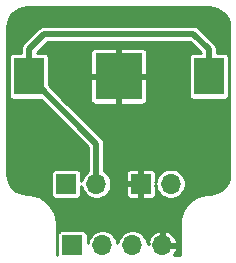
<source format=gbr>
%TF.GenerationSoftware,KiCad,Pcbnew,(5.1.6)-1*%
%TF.CreationDate,2022-09-22T09:58:55-04:00*%
%TF.ProjectId,EXT_BATT_3V-6V,4558545f-4241-4545-945f-33562d36562e,rev?*%
%TF.SameCoordinates,Original*%
%TF.FileFunction,Copper,L1,Top*%
%TF.FilePolarity,Positive*%
%FSLAX46Y46*%
G04 Gerber Fmt 4.6, Leading zero omitted, Abs format (unit mm)*
G04 Created by KiCad (PCBNEW (5.1.6)-1) date 2022-09-22 09:58:55*
%MOMM*%
%LPD*%
G01*
G04 APERTURE LIST*
%TA.AperFunction,SMDPad,CuDef*%
%ADD10R,3.960000X3.960000*%
%TD*%
%TA.AperFunction,SMDPad,CuDef*%
%ADD11R,2.540000X3.170000*%
%TD*%
%TA.AperFunction,ComponentPad*%
%ADD12R,1.700000X1.700000*%
%TD*%
%TA.AperFunction,ComponentPad*%
%ADD13O,1.700000X1.700000*%
%TD*%
%TA.AperFunction,ViaPad*%
%ADD14C,0.800000*%
%TD*%
%TA.AperFunction,Conductor*%
%ADD15C,0.500000*%
%TD*%
%TA.AperFunction,Conductor*%
%ADD16C,0.254000*%
%TD*%
G04 APERTURE END LIST*
D10*
%TO.P,H2,MP1*%
%TO.N,GND*%
X160500000Y-82000000D03*
D11*
%TO.P,H2,2*%
%TO.N,Net-(H2-Pad1)*%
X152880000Y-82000000D03*
%TO.P,H2,1*%
X168120000Y-82000000D03*
%TD*%
D12*
%TO.P,J1,1*%
%TO.N,VDD*%
X156580000Y-96300000D03*
D13*
%TO.P,J1,2*%
%TO.N,Net-(J1-Pad2)*%
X159120000Y-96300000D03*
%TO.P,J1,3*%
%TO.N,Net-(J1-Pad3)*%
X161660000Y-96300000D03*
%TO.P,J1,4*%
%TO.N,GND*%
X164200000Y-96300000D03*
%TD*%
D12*
%TO.P,J2,1*%
%TO.N,Net-(H1-PadMP1)*%
X156060000Y-91100000D03*
D13*
%TO.P,J2,2*%
%TO.N,Net-(H2-Pad1)*%
X158600000Y-91100000D03*
%TD*%
%TO.P,J3,2*%
%TO.N,Net-(H1-PadMP1)*%
X164900000Y-91100000D03*
D12*
%TO.P,J3,1*%
%TO.N,GND*%
X162360000Y-91100000D03*
%TD*%
D14*
%TO.N,GND*%
X152400000Y-85950000D03*
X152000000Y-77100000D03*
X169000000Y-77000000D03*
%TD*%
D15*
%TO.N,Net-(H2-Pad1)*%
X168120000Y-79720000D02*
X168120000Y-82000000D01*
X166800000Y-78400000D02*
X168120000Y-79720000D01*
X154200000Y-78400000D02*
X166800000Y-78400000D01*
X152880000Y-82000000D02*
X152880000Y-79720000D01*
X152880000Y-79720000D02*
X154200000Y-78400000D01*
X158600000Y-87720000D02*
X152880000Y-82000000D01*
X158600000Y-91100000D02*
X158600000Y-87720000D01*
%TD*%
D16*
%TO.N,GND*%
G36*
X168519681Y-76185513D02*
G01*
X168827179Y-76278352D01*
X169110789Y-76429150D01*
X169359711Y-76632166D01*
X169564457Y-76879662D01*
X169717233Y-77162215D01*
X169812217Y-77469059D01*
X169848001Y-77809523D01*
X169848000Y-90277892D01*
X169814488Y-90619676D01*
X169721649Y-90927176D01*
X169570850Y-91210789D01*
X169367836Y-91459709D01*
X169120340Y-91664455D01*
X168837785Y-91817233D01*
X168530941Y-91912217D01*
X168190185Y-91948032D01*
X168183767Y-91948054D01*
X168164124Y-91950049D01*
X168144373Y-91949911D01*
X168138092Y-91950527D01*
X167730489Y-91993368D01*
X167690358Y-92001606D01*
X167650118Y-92009282D01*
X167644076Y-92011106D01*
X167252557Y-92132301D01*
X167214775Y-92148183D01*
X167176807Y-92163523D01*
X167171239Y-92166483D01*
X167171235Y-92166485D01*
X167171234Y-92166486D01*
X166810712Y-92361420D01*
X166776733Y-92384339D01*
X166742471Y-92406760D01*
X166737580Y-92410748D01*
X166421786Y-92671996D01*
X166392920Y-92701064D01*
X166363648Y-92729729D01*
X166359631Y-92734585D01*
X166359626Y-92734590D01*
X166359622Y-92734595D01*
X166100590Y-93052201D01*
X166077903Y-93086347D01*
X166054775Y-93120125D01*
X166051773Y-93125676D01*
X165859361Y-93487551D01*
X165843742Y-93525444D01*
X165827611Y-93563081D01*
X165825744Y-93569110D01*
X165707286Y-93961466D01*
X165699336Y-94001617D01*
X165690811Y-94041724D01*
X165690151Y-94048001D01*
X165650157Y-94455893D01*
X165650157Y-94455905D01*
X165648001Y-94477795D01*
X165648000Y-97148000D01*
X165146811Y-97148000D01*
X165217072Y-97072212D01*
X165348180Y-96858953D01*
X165435164Y-96624214D01*
X165363925Y-96427000D01*
X164327000Y-96427000D01*
X164327000Y-96447000D01*
X164073000Y-96447000D01*
X164073000Y-96427000D01*
X164053000Y-96427000D01*
X164053000Y-96173000D01*
X164073000Y-96173000D01*
X164073000Y-95136662D01*
X164327000Y-95136662D01*
X164327000Y-96173000D01*
X165363925Y-96173000D01*
X165435164Y-95975786D01*
X165348180Y-95741047D01*
X165217072Y-95527788D01*
X165046878Y-95344205D01*
X164844139Y-95197353D01*
X164616646Y-95092875D01*
X164524213Y-95064842D01*
X164327000Y-95136662D01*
X164073000Y-95136662D01*
X163875787Y-95064842D01*
X163783354Y-95092875D01*
X163555861Y-95197353D01*
X163353122Y-95344205D01*
X163182928Y-95527788D01*
X163051820Y-95741047D01*
X162964836Y-95975786D01*
X163036074Y-96172998D01*
X162936756Y-96172998D01*
X162887926Y-95927513D01*
X162791663Y-95695114D01*
X162651911Y-95485960D01*
X162474040Y-95308089D01*
X162264886Y-95168337D01*
X162032487Y-95072074D01*
X161785774Y-95023000D01*
X161534226Y-95023000D01*
X161287513Y-95072074D01*
X161055114Y-95168337D01*
X160845960Y-95308089D01*
X160668089Y-95485960D01*
X160528337Y-95695114D01*
X160432074Y-95927513D01*
X160390000Y-96139034D01*
X160347926Y-95927513D01*
X160251663Y-95695114D01*
X160111911Y-95485960D01*
X159934040Y-95308089D01*
X159724886Y-95168337D01*
X159492487Y-95072074D01*
X159245774Y-95023000D01*
X158994226Y-95023000D01*
X158747513Y-95072074D01*
X158515114Y-95168337D01*
X158305960Y-95308089D01*
X158128089Y-95485960D01*
X157988337Y-95695114D01*
X157892074Y-95927513D01*
X157859066Y-96093456D01*
X157859066Y-95450000D01*
X157850822Y-95366293D01*
X157826405Y-95285804D01*
X157786755Y-95211624D01*
X157733395Y-95146605D01*
X157668376Y-95093245D01*
X157594196Y-95053595D01*
X157513707Y-95029178D01*
X157430000Y-95020934D01*
X155730000Y-95020934D01*
X155646293Y-95029178D01*
X155565804Y-95053595D01*
X155491624Y-95093245D01*
X155426605Y-95146605D01*
X155373245Y-95211624D01*
X155333595Y-95285804D01*
X155309178Y-95366293D01*
X155300934Y-95450000D01*
X155300934Y-97148000D01*
X155252000Y-97148000D01*
X155252000Y-94477795D01*
X155249998Y-94457464D01*
X155250089Y-94444373D01*
X155249473Y-94438092D01*
X155206632Y-94030489D01*
X155198394Y-93990358D01*
X155190718Y-93950118D01*
X155188894Y-93944076D01*
X155067699Y-93552557D01*
X155051817Y-93514775D01*
X155036477Y-93476807D01*
X155033514Y-93471234D01*
X154838580Y-93110712D01*
X154815661Y-93076733D01*
X154793240Y-93042471D01*
X154789252Y-93037580D01*
X154528004Y-92721786D01*
X154498936Y-92692920D01*
X154470271Y-92663648D01*
X154465415Y-92659631D01*
X154465410Y-92659626D01*
X154465405Y-92659622D01*
X154147799Y-92400590D01*
X154113653Y-92377903D01*
X154079875Y-92354775D01*
X154074327Y-92351774D01*
X154074319Y-92351770D01*
X153712449Y-92159361D01*
X153674556Y-92143742D01*
X153636919Y-92127611D01*
X153630894Y-92125745D01*
X153630888Y-92125743D01*
X153238534Y-92007286D01*
X153198383Y-91999336D01*
X153158276Y-91990811D01*
X153151999Y-91990151D01*
X152744107Y-91950157D01*
X152380324Y-91914488D01*
X152072824Y-91821649D01*
X151789211Y-91670850D01*
X151540291Y-91467836D01*
X151335545Y-91220340D01*
X151182767Y-90937785D01*
X151087783Y-90630941D01*
X151052000Y-90290486D01*
X151052000Y-80415000D01*
X151180934Y-80415000D01*
X151180934Y-83585000D01*
X151189178Y-83668707D01*
X151213595Y-83749196D01*
X151253245Y-83823376D01*
X151306605Y-83888395D01*
X151371624Y-83941755D01*
X151445804Y-83981405D01*
X151526293Y-84005822D01*
X151610000Y-84014066D01*
X153936644Y-84014066D01*
X157923001Y-88000424D01*
X157923000Y-90016522D01*
X157785960Y-90108089D01*
X157608089Y-90285960D01*
X157468337Y-90495114D01*
X157372074Y-90727513D01*
X157339066Y-90893456D01*
X157339066Y-90250000D01*
X157330822Y-90166293D01*
X157306405Y-90085804D01*
X157266755Y-90011624D01*
X157213395Y-89946605D01*
X157148376Y-89893245D01*
X157074196Y-89853595D01*
X156993707Y-89829178D01*
X156910000Y-89820934D01*
X155210000Y-89820934D01*
X155126293Y-89829178D01*
X155045804Y-89853595D01*
X154971624Y-89893245D01*
X154906605Y-89946605D01*
X154853245Y-90011624D01*
X154813595Y-90085804D01*
X154789178Y-90166293D01*
X154780934Y-90250000D01*
X154780934Y-91950000D01*
X154789178Y-92033707D01*
X154813595Y-92114196D01*
X154853245Y-92188376D01*
X154906605Y-92253395D01*
X154971624Y-92306755D01*
X155045804Y-92346405D01*
X155126293Y-92370822D01*
X155210000Y-92379066D01*
X156910000Y-92379066D01*
X156993707Y-92370822D01*
X157074196Y-92346405D01*
X157148376Y-92306755D01*
X157213395Y-92253395D01*
X157266755Y-92188376D01*
X157306405Y-92114196D01*
X157330822Y-92033707D01*
X157339066Y-91950000D01*
X157339066Y-91306544D01*
X157372074Y-91472487D01*
X157468337Y-91704886D01*
X157608089Y-91914040D01*
X157785960Y-92091911D01*
X157995114Y-92231663D01*
X158227513Y-92327926D01*
X158474226Y-92377000D01*
X158725774Y-92377000D01*
X158972487Y-92327926D01*
X159204886Y-92231663D01*
X159414040Y-92091911D01*
X159555951Y-91950000D01*
X161080934Y-91950000D01*
X161089178Y-92033707D01*
X161113595Y-92114196D01*
X161153245Y-92188376D01*
X161206605Y-92253395D01*
X161271624Y-92306755D01*
X161345804Y-92346405D01*
X161426293Y-92370822D01*
X161510000Y-92379066D01*
X162126250Y-92377000D01*
X162233000Y-92270250D01*
X162233000Y-91227000D01*
X161189750Y-91227000D01*
X161083000Y-91333750D01*
X161080934Y-91950000D01*
X159555951Y-91950000D01*
X159591911Y-91914040D01*
X159731663Y-91704886D01*
X159827926Y-91472487D01*
X159877000Y-91225774D01*
X159877000Y-90974226D01*
X159827926Y-90727513D01*
X159731663Y-90495114D01*
X159591911Y-90285960D01*
X159555951Y-90250000D01*
X161080934Y-90250000D01*
X161083000Y-90866250D01*
X161189750Y-90973000D01*
X162233000Y-90973000D01*
X162233000Y-89929750D01*
X162487000Y-89929750D01*
X162487000Y-90973000D01*
X162507000Y-90973000D01*
X162507000Y-91227000D01*
X162487000Y-91227000D01*
X162487000Y-92270250D01*
X162593750Y-92377000D01*
X163210000Y-92379066D01*
X163293707Y-92370822D01*
X163374196Y-92346405D01*
X163448376Y-92306755D01*
X163513395Y-92253395D01*
X163566755Y-92188376D01*
X163606405Y-92114196D01*
X163630822Y-92033707D01*
X163639066Y-91950000D01*
X163637000Y-91333750D01*
X163530252Y-91227002D01*
X163623244Y-91227002D01*
X163672074Y-91472487D01*
X163768337Y-91704886D01*
X163908089Y-91914040D01*
X164085960Y-92091911D01*
X164295114Y-92231663D01*
X164527513Y-92327926D01*
X164774226Y-92377000D01*
X165025774Y-92377000D01*
X165272487Y-92327926D01*
X165504886Y-92231663D01*
X165714040Y-92091911D01*
X165891911Y-91914040D01*
X166031663Y-91704886D01*
X166127926Y-91472487D01*
X166177000Y-91225774D01*
X166177000Y-90974226D01*
X166127926Y-90727513D01*
X166031663Y-90495114D01*
X165891911Y-90285960D01*
X165714040Y-90108089D01*
X165504886Y-89968337D01*
X165272487Y-89872074D01*
X165025774Y-89823000D01*
X164774226Y-89823000D01*
X164527513Y-89872074D01*
X164295114Y-89968337D01*
X164085960Y-90108089D01*
X163908089Y-90285960D01*
X163768337Y-90495114D01*
X163672074Y-90727513D01*
X163623244Y-90972998D01*
X163530252Y-90972998D01*
X163637000Y-90866250D01*
X163639066Y-90250000D01*
X163630822Y-90166293D01*
X163606405Y-90085804D01*
X163566755Y-90011624D01*
X163513395Y-89946605D01*
X163448376Y-89893245D01*
X163374196Y-89853595D01*
X163293707Y-89829178D01*
X163210000Y-89820934D01*
X162593750Y-89823000D01*
X162487000Y-89929750D01*
X162233000Y-89929750D01*
X162126250Y-89823000D01*
X161510000Y-89820934D01*
X161426293Y-89829178D01*
X161345804Y-89853595D01*
X161271624Y-89893245D01*
X161206605Y-89946605D01*
X161153245Y-90011624D01*
X161113595Y-90085804D01*
X161089178Y-90166293D01*
X161080934Y-90250000D01*
X159555951Y-90250000D01*
X159414040Y-90108089D01*
X159277000Y-90016522D01*
X159277000Y-87753252D01*
X159280275Y-87720000D01*
X159267204Y-87587285D01*
X159228492Y-87459670D01*
X159165628Y-87342059D01*
X159102224Y-87264801D01*
X159102222Y-87264799D01*
X159081027Y-87238973D01*
X159055201Y-87217778D01*
X155817423Y-83980000D01*
X158090934Y-83980000D01*
X158099178Y-84063707D01*
X158123595Y-84144196D01*
X158163245Y-84218376D01*
X158216605Y-84283395D01*
X158281624Y-84336755D01*
X158355804Y-84376405D01*
X158436293Y-84400822D01*
X158520000Y-84409066D01*
X160266250Y-84407000D01*
X160373000Y-84300250D01*
X160373000Y-82127000D01*
X160627000Y-82127000D01*
X160627000Y-84300250D01*
X160733750Y-84407000D01*
X162480000Y-84409066D01*
X162563707Y-84400822D01*
X162644196Y-84376405D01*
X162718376Y-84336755D01*
X162783395Y-84283395D01*
X162836755Y-84218376D01*
X162876405Y-84144196D01*
X162900822Y-84063707D01*
X162909066Y-83980000D01*
X162907000Y-82233750D01*
X162800250Y-82127000D01*
X160627000Y-82127000D01*
X160373000Y-82127000D01*
X158199750Y-82127000D01*
X158093000Y-82233750D01*
X158090934Y-83980000D01*
X155817423Y-83980000D01*
X154579066Y-82741644D01*
X154579066Y-80415000D01*
X154570822Y-80331293D01*
X154546405Y-80250804D01*
X154506755Y-80176624D01*
X154453395Y-80111605D01*
X154388376Y-80058245D01*
X154316825Y-80020000D01*
X158090934Y-80020000D01*
X158093000Y-81766250D01*
X158199750Y-81873000D01*
X160373000Y-81873000D01*
X160373000Y-79699750D01*
X160627000Y-79699750D01*
X160627000Y-81873000D01*
X162800250Y-81873000D01*
X162907000Y-81766250D01*
X162909066Y-80020000D01*
X162900822Y-79936293D01*
X162876405Y-79855804D01*
X162836755Y-79781624D01*
X162783395Y-79716605D01*
X162718376Y-79663245D01*
X162644196Y-79623595D01*
X162563707Y-79599178D01*
X162480000Y-79590934D01*
X160733750Y-79593000D01*
X160627000Y-79699750D01*
X160373000Y-79699750D01*
X160266250Y-79593000D01*
X158520000Y-79590934D01*
X158436293Y-79599178D01*
X158355804Y-79623595D01*
X158281624Y-79663245D01*
X158216605Y-79716605D01*
X158163245Y-79781624D01*
X158123595Y-79855804D01*
X158099178Y-79936293D01*
X158090934Y-80020000D01*
X154316825Y-80020000D01*
X154314196Y-80018595D01*
X154233707Y-79994178D01*
X154150000Y-79985934D01*
X153571488Y-79985934D01*
X154480423Y-79077000D01*
X166519578Y-79077000D01*
X167428511Y-79985934D01*
X166850000Y-79985934D01*
X166766293Y-79994178D01*
X166685804Y-80018595D01*
X166611624Y-80058245D01*
X166546605Y-80111605D01*
X166493245Y-80176624D01*
X166453595Y-80250804D01*
X166429178Y-80331293D01*
X166420934Y-80415000D01*
X166420934Y-83585000D01*
X166429178Y-83668707D01*
X166453595Y-83749196D01*
X166493245Y-83823376D01*
X166546605Y-83888395D01*
X166611624Y-83941755D01*
X166685804Y-83981405D01*
X166766293Y-84005822D01*
X166850000Y-84014066D01*
X169390000Y-84014066D01*
X169473707Y-84005822D01*
X169554196Y-83981405D01*
X169628376Y-83941755D01*
X169693395Y-83888395D01*
X169746755Y-83823376D01*
X169786405Y-83749196D01*
X169810822Y-83668707D01*
X169819066Y-83585000D01*
X169819066Y-80415000D01*
X169810822Y-80331293D01*
X169786405Y-80250804D01*
X169746755Y-80176624D01*
X169693395Y-80111605D01*
X169628376Y-80058245D01*
X169554196Y-80018595D01*
X169473707Y-79994178D01*
X169390000Y-79985934D01*
X168797000Y-79985934D01*
X168797000Y-79753245D01*
X168800274Y-79720000D01*
X168797000Y-79686755D01*
X168797000Y-79686748D01*
X168787204Y-79587285D01*
X168748492Y-79459670D01*
X168685628Y-79342059D01*
X168622224Y-79264801D01*
X168622218Y-79264795D01*
X168601026Y-79238973D01*
X168575206Y-79217783D01*
X167302226Y-77944804D01*
X167281027Y-77918973D01*
X167177941Y-77834372D01*
X167060330Y-77771508D01*
X166932715Y-77732796D01*
X166833252Y-77723000D01*
X166833245Y-77723000D01*
X166800000Y-77719726D01*
X166766755Y-77723000D01*
X154233245Y-77723000D01*
X154200000Y-77719726D01*
X154166755Y-77723000D01*
X154166748Y-77723000D01*
X154067285Y-77732796D01*
X153939670Y-77771508D01*
X153822059Y-77834372D01*
X153755086Y-77889336D01*
X153718973Y-77918973D01*
X153697778Y-77944799D01*
X152424800Y-79217778D01*
X152398974Y-79238973D01*
X152377779Y-79264799D01*
X152377776Y-79264802D01*
X152314372Y-79342060D01*
X152251508Y-79459671D01*
X152212796Y-79587286D01*
X152199726Y-79720000D01*
X152203001Y-79753254D01*
X152203001Y-79985934D01*
X151610000Y-79985934D01*
X151526293Y-79994178D01*
X151445804Y-80018595D01*
X151371624Y-80058245D01*
X151306605Y-80111605D01*
X151253245Y-80176624D01*
X151213595Y-80250804D01*
X151189178Y-80331293D01*
X151180934Y-80415000D01*
X151052000Y-80415000D01*
X151052000Y-77822108D01*
X151085513Y-77480319D01*
X151178352Y-77172821D01*
X151329150Y-76889211D01*
X151532166Y-76640289D01*
X151779662Y-76435543D01*
X152062215Y-76282767D01*
X152369059Y-76187783D01*
X152709514Y-76152000D01*
X168177892Y-76152000D01*
X168519681Y-76185513D01*
G37*
X168519681Y-76185513D02*
X168827179Y-76278352D01*
X169110789Y-76429150D01*
X169359711Y-76632166D01*
X169564457Y-76879662D01*
X169717233Y-77162215D01*
X169812217Y-77469059D01*
X169848001Y-77809523D01*
X169848000Y-90277892D01*
X169814488Y-90619676D01*
X169721649Y-90927176D01*
X169570850Y-91210789D01*
X169367836Y-91459709D01*
X169120340Y-91664455D01*
X168837785Y-91817233D01*
X168530941Y-91912217D01*
X168190185Y-91948032D01*
X168183767Y-91948054D01*
X168164124Y-91950049D01*
X168144373Y-91949911D01*
X168138092Y-91950527D01*
X167730489Y-91993368D01*
X167690358Y-92001606D01*
X167650118Y-92009282D01*
X167644076Y-92011106D01*
X167252557Y-92132301D01*
X167214775Y-92148183D01*
X167176807Y-92163523D01*
X167171239Y-92166483D01*
X167171235Y-92166485D01*
X167171234Y-92166486D01*
X166810712Y-92361420D01*
X166776733Y-92384339D01*
X166742471Y-92406760D01*
X166737580Y-92410748D01*
X166421786Y-92671996D01*
X166392920Y-92701064D01*
X166363648Y-92729729D01*
X166359631Y-92734585D01*
X166359626Y-92734590D01*
X166359622Y-92734595D01*
X166100590Y-93052201D01*
X166077903Y-93086347D01*
X166054775Y-93120125D01*
X166051773Y-93125676D01*
X165859361Y-93487551D01*
X165843742Y-93525444D01*
X165827611Y-93563081D01*
X165825744Y-93569110D01*
X165707286Y-93961466D01*
X165699336Y-94001617D01*
X165690811Y-94041724D01*
X165690151Y-94048001D01*
X165650157Y-94455893D01*
X165650157Y-94455905D01*
X165648001Y-94477795D01*
X165648000Y-97148000D01*
X165146811Y-97148000D01*
X165217072Y-97072212D01*
X165348180Y-96858953D01*
X165435164Y-96624214D01*
X165363925Y-96427000D01*
X164327000Y-96427000D01*
X164327000Y-96447000D01*
X164073000Y-96447000D01*
X164073000Y-96427000D01*
X164053000Y-96427000D01*
X164053000Y-96173000D01*
X164073000Y-96173000D01*
X164073000Y-95136662D01*
X164327000Y-95136662D01*
X164327000Y-96173000D01*
X165363925Y-96173000D01*
X165435164Y-95975786D01*
X165348180Y-95741047D01*
X165217072Y-95527788D01*
X165046878Y-95344205D01*
X164844139Y-95197353D01*
X164616646Y-95092875D01*
X164524213Y-95064842D01*
X164327000Y-95136662D01*
X164073000Y-95136662D01*
X163875787Y-95064842D01*
X163783354Y-95092875D01*
X163555861Y-95197353D01*
X163353122Y-95344205D01*
X163182928Y-95527788D01*
X163051820Y-95741047D01*
X162964836Y-95975786D01*
X163036074Y-96172998D01*
X162936756Y-96172998D01*
X162887926Y-95927513D01*
X162791663Y-95695114D01*
X162651911Y-95485960D01*
X162474040Y-95308089D01*
X162264886Y-95168337D01*
X162032487Y-95072074D01*
X161785774Y-95023000D01*
X161534226Y-95023000D01*
X161287513Y-95072074D01*
X161055114Y-95168337D01*
X160845960Y-95308089D01*
X160668089Y-95485960D01*
X160528337Y-95695114D01*
X160432074Y-95927513D01*
X160390000Y-96139034D01*
X160347926Y-95927513D01*
X160251663Y-95695114D01*
X160111911Y-95485960D01*
X159934040Y-95308089D01*
X159724886Y-95168337D01*
X159492487Y-95072074D01*
X159245774Y-95023000D01*
X158994226Y-95023000D01*
X158747513Y-95072074D01*
X158515114Y-95168337D01*
X158305960Y-95308089D01*
X158128089Y-95485960D01*
X157988337Y-95695114D01*
X157892074Y-95927513D01*
X157859066Y-96093456D01*
X157859066Y-95450000D01*
X157850822Y-95366293D01*
X157826405Y-95285804D01*
X157786755Y-95211624D01*
X157733395Y-95146605D01*
X157668376Y-95093245D01*
X157594196Y-95053595D01*
X157513707Y-95029178D01*
X157430000Y-95020934D01*
X155730000Y-95020934D01*
X155646293Y-95029178D01*
X155565804Y-95053595D01*
X155491624Y-95093245D01*
X155426605Y-95146605D01*
X155373245Y-95211624D01*
X155333595Y-95285804D01*
X155309178Y-95366293D01*
X155300934Y-95450000D01*
X155300934Y-97148000D01*
X155252000Y-97148000D01*
X155252000Y-94477795D01*
X155249998Y-94457464D01*
X155250089Y-94444373D01*
X155249473Y-94438092D01*
X155206632Y-94030489D01*
X155198394Y-93990358D01*
X155190718Y-93950118D01*
X155188894Y-93944076D01*
X155067699Y-93552557D01*
X155051817Y-93514775D01*
X155036477Y-93476807D01*
X155033514Y-93471234D01*
X154838580Y-93110712D01*
X154815661Y-93076733D01*
X154793240Y-93042471D01*
X154789252Y-93037580D01*
X154528004Y-92721786D01*
X154498936Y-92692920D01*
X154470271Y-92663648D01*
X154465415Y-92659631D01*
X154465410Y-92659626D01*
X154465405Y-92659622D01*
X154147799Y-92400590D01*
X154113653Y-92377903D01*
X154079875Y-92354775D01*
X154074327Y-92351774D01*
X154074319Y-92351770D01*
X153712449Y-92159361D01*
X153674556Y-92143742D01*
X153636919Y-92127611D01*
X153630894Y-92125745D01*
X153630888Y-92125743D01*
X153238534Y-92007286D01*
X153198383Y-91999336D01*
X153158276Y-91990811D01*
X153151999Y-91990151D01*
X152744107Y-91950157D01*
X152380324Y-91914488D01*
X152072824Y-91821649D01*
X151789211Y-91670850D01*
X151540291Y-91467836D01*
X151335545Y-91220340D01*
X151182767Y-90937785D01*
X151087783Y-90630941D01*
X151052000Y-90290486D01*
X151052000Y-80415000D01*
X151180934Y-80415000D01*
X151180934Y-83585000D01*
X151189178Y-83668707D01*
X151213595Y-83749196D01*
X151253245Y-83823376D01*
X151306605Y-83888395D01*
X151371624Y-83941755D01*
X151445804Y-83981405D01*
X151526293Y-84005822D01*
X151610000Y-84014066D01*
X153936644Y-84014066D01*
X157923001Y-88000424D01*
X157923000Y-90016522D01*
X157785960Y-90108089D01*
X157608089Y-90285960D01*
X157468337Y-90495114D01*
X157372074Y-90727513D01*
X157339066Y-90893456D01*
X157339066Y-90250000D01*
X157330822Y-90166293D01*
X157306405Y-90085804D01*
X157266755Y-90011624D01*
X157213395Y-89946605D01*
X157148376Y-89893245D01*
X157074196Y-89853595D01*
X156993707Y-89829178D01*
X156910000Y-89820934D01*
X155210000Y-89820934D01*
X155126293Y-89829178D01*
X155045804Y-89853595D01*
X154971624Y-89893245D01*
X154906605Y-89946605D01*
X154853245Y-90011624D01*
X154813595Y-90085804D01*
X154789178Y-90166293D01*
X154780934Y-90250000D01*
X154780934Y-91950000D01*
X154789178Y-92033707D01*
X154813595Y-92114196D01*
X154853245Y-92188376D01*
X154906605Y-92253395D01*
X154971624Y-92306755D01*
X155045804Y-92346405D01*
X155126293Y-92370822D01*
X155210000Y-92379066D01*
X156910000Y-92379066D01*
X156993707Y-92370822D01*
X157074196Y-92346405D01*
X157148376Y-92306755D01*
X157213395Y-92253395D01*
X157266755Y-92188376D01*
X157306405Y-92114196D01*
X157330822Y-92033707D01*
X157339066Y-91950000D01*
X157339066Y-91306544D01*
X157372074Y-91472487D01*
X157468337Y-91704886D01*
X157608089Y-91914040D01*
X157785960Y-92091911D01*
X157995114Y-92231663D01*
X158227513Y-92327926D01*
X158474226Y-92377000D01*
X158725774Y-92377000D01*
X158972487Y-92327926D01*
X159204886Y-92231663D01*
X159414040Y-92091911D01*
X159555951Y-91950000D01*
X161080934Y-91950000D01*
X161089178Y-92033707D01*
X161113595Y-92114196D01*
X161153245Y-92188376D01*
X161206605Y-92253395D01*
X161271624Y-92306755D01*
X161345804Y-92346405D01*
X161426293Y-92370822D01*
X161510000Y-92379066D01*
X162126250Y-92377000D01*
X162233000Y-92270250D01*
X162233000Y-91227000D01*
X161189750Y-91227000D01*
X161083000Y-91333750D01*
X161080934Y-91950000D01*
X159555951Y-91950000D01*
X159591911Y-91914040D01*
X159731663Y-91704886D01*
X159827926Y-91472487D01*
X159877000Y-91225774D01*
X159877000Y-90974226D01*
X159827926Y-90727513D01*
X159731663Y-90495114D01*
X159591911Y-90285960D01*
X159555951Y-90250000D01*
X161080934Y-90250000D01*
X161083000Y-90866250D01*
X161189750Y-90973000D01*
X162233000Y-90973000D01*
X162233000Y-89929750D01*
X162487000Y-89929750D01*
X162487000Y-90973000D01*
X162507000Y-90973000D01*
X162507000Y-91227000D01*
X162487000Y-91227000D01*
X162487000Y-92270250D01*
X162593750Y-92377000D01*
X163210000Y-92379066D01*
X163293707Y-92370822D01*
X163374196Y-92346405D01*
X163448376Y-92306755D01*
X163513395Y-92253395D01*
X163566755Y-92188376D01*
X163606405Y-92114196D01*
X163630822Y-92033707D01*
X163639066Y-91950000D01*
X163637000Y-91333750D01*
X163530252Y-91227002D01*
X163623244Y-91227002D01*
X163672074Y-91472487D01*
X163768337Y-91704886D01*
X163908089Y-91914040D01*
X164085960Y-92091911D01*
X164295114Y-92231663D01*
X164527513Y-92327926D01*
X164774226Y-92377000D01*
X165025774Y-92377000D01*
X165272487Y-92327926D01*
X165504886Y-92231663D01*
X165714040Y-92091911D01*
X165891911Y-91914040D01*
X166031663Y-91704886D01*
X166127926Y-91472487D01*
X166177000Y-91225774D01*
X166177000Y-90974226D01*
X166127926Y-90727513D01*
X166031663Y-90495114D01*
X165891911Y-90285960D01*
X165714040Y-90108089D01*
X165504886Y-89968337D01*
X165272487Y-89872074D01*
X165025774Y-89823000D01*
X164774226Y-89823000D01*
X164527513Y-89872074D01*
X164295114Y-89968337D01*
X164085960Y-90108089D01*
X163908089Y-90285960D01*
X163768337Y-90495114D01*
X163672074Y-90727513D01*
X163623244Y-90972998D01*
X163530252Y-90972998D01*
X163637000Y-90866250D01*
X163639066Y-90250000D01*
X163630822Y-90166293D01*
X163606405Y-90085804D01*
X163566755Y-90011624D01*
X163513395Y-89946605D01*
X163448376Y-89893245D01*
X163374196Y-89853595D01*
X163293707Y-89829178D01*
X163210000Y-89820934D01*
X162593750Y-89823000D01*
X162487000Y-89929750D01*
X162233000Y-89929750D01*
X162126250Y-89823000D01*
X161510000Y-89820934D01*
X161426293Y-89829178D01*
X161345804Y-89853595D01*
X161271624Y-89893245D01*
X161206605Y-89946605D01*
X161153245Y-90011624D01*
X161113595Y-90085804D01*
X161089178Y-90166293D01*
X161080934Y-90250000D01*
X159555951Y-90250000D01*
X159414040Y-90108089D01*
X159277000Y-90016522D01*
X159277000Y-87753252D01*
X159280275Y-87720000D01*
X159267204Y-87587285D01*
X159228492Y-87459670D01*
X159165628Y-87342059D01*
X159102224Y-87264801D01*
X159102222Y-87264799D01*
X159081027Y-87238973D01*
X159055201Y-87217778D01*
X155817423Y-83980000D01*
X158090934Y-83980000D01*
X158099178Y-84063707D01*
X158123595Y-84144196D01*
X158163245Y-84218376D01*
X158216605Y-84283395D01*
X158281624Y-84336755D01*
X158355804Y-84376405D01*
X158436293Y-84400822D01*
X158520000Y-84409066D01*
X160266250Y-84407000D01*
X160373000Y-84300250D01*
X160373000Y-82127000D01*
X160627000Y-82127000D01*
X160627000Y-84300250D01*
X160733750Y-84407000D01*
X162480000Y-84409066D01*
X162563707Y-84400822D01*
X162644196Y-84376405D01*
X162718376Y-84336755D01*
X162783395Y-84283395D01*
X162836755Y-84218376D01*
X162876405Y-84144196D01*
X162900822Y-84063707D01*
X162909066Y-83980000D01*
X162907000Y-82233750D01*
X162800250Y-82127000D01*
X160627000Y-82127000D01*
X160373000Y-82127000D01*
X158199750Y-82127000D01*
X158093000Y-82233750D01*
X158090934Y-83980000D01*
X155817423Y-83980000D01*
X154579066Y-82741644D01*
X154579066Y-80415000D01*
X154570822Y-80331293D01*
X154546405Y-80250804D01*
X154506755Y-80176624D01*
X154453395Y-80111605D01*
X154388376Y-80058245D01*
X154316825Y-80020000D01*
X158090934Y-80020000D01*
X158093000Y-81766250D01*
X158199750Y-81873000D01*
X160373000Y-81873000D01*
X160373000Y-79699750D01*
X160627000Y-79699750D01*
X160627000Y-81873000D01*
X162800250Y-81873000D01*
X162907000Y-81766250D01*
X162909066Y-80020000D01*
X162900822Y-79936293D01*
X162876405Y-79855804D01*
X162836755Y-79781624D01*
X162783395Y-79716605D01*
X162718376Y-79663245D01*
X162644196Y-79623595D01*
X162563707Y-79599178D01*
X162480000Y-79590934D01*
X160733750Y-79593000D01*
X160627000Y-79699750D01*
X160373000Y-79699750D01*
X160266250Y-79593000D01*
X158520000Y-79590934D01*
X158436293Y-79599178D01*
X158355804Y-79623595D01*
X158281624Y-79663245D01*
X158216605Y-79716605D01*
X158163245Y-79781624D01*
X158123595Y-79855804D01*
X158099178Y-79936293D01*
X158090934Y-80020000D01*
X154316825Y-80020000D01*
X154314196Y-80018595D01*
X154233707Y-79994178D01*
X154150000Y-79985934D01*
X153571488Y-79985934D01*
X154480423Y-79077000D01*
X166519578Y-79077000D01*
X167428511Y-79985934D01*
X166850000Y-79985934D01*
X166766293Y-79994178D01*
X166685804Y-80018595D01*
X166611624Y-80058245D01*
X166546605Y-80111605D01*
X166493245Y-80176624D01*
X166453595Y-80250804D01*
X166429178Y-80331293D01*
X166420934Y-80415000D01*
X166420934Y-83585000D01*
X166429178Y-83668707D01*
X166453595Y-83749196D01*
X166493245Y-83823376D01*
X166546605Y-83888395D01*
X166611624Y-83941755D01*
X166685804Y-83981405D01*
X166766293Y-84005822D01*
X166850000Y-84014066D01*
X169390000Y-84014066D01*
X169473707Y-84005822D01*
X169554196Y-83981405D01*
X169628376Y-83941755D01*
X169693395Y-83888395D01*
X169746755Y-83823376D01*
X169786405Y-83749196D01*
X169810822Y-83668707D01*
X169819066Y-83585000D01*
X169819066Y-80415000D01*
X169810822Y-80331293D01*
X169786405Y-80250804D01*
X169746755Y-80176624D01*
X169693395Y-80111605D01*
X169628376Y-80058245D01*
X169554196Y-80018595D01*
X169473707Y-79994178D01*
X169390000Y-79985934D01*
X168797000Y-79985934D01*
X168797000Y-79753245D01*
X168800274Y-79720000D01*
X168797000Y-79686755D01*
X168797000Y-79686748D01*
X168787204Y-79587285D01*
X168748492Y-79459670D01*
X168685628Y-79342059D01*
X168622224Y-79264801D01*
X168622218Y-79264795D01*
X168601026Y-79238973D01*
X168575206Y-79217783D01*
X167302226Y-77944804D01*
X167281027Y-77918973D01*
X167177941Y-77834372D01*
X167060330Y-77771508D01*
X166932715Y-77732796D01*
X166833252Y-77723000D01*
X166833245Y-77723000D01*
X166800000Y-77719726D01*
X166766755Y-77723000D01*
X154233245Y-77723000D01*
X154200000Y-77719726D01*
X154166755Y-77723000D01*
X154166748Y-77723000D01*
X154067285Y-77732796D01*
X153939670Y-77771508D01*
X153822059Y-77834372D01*
X153755086Y-77889336D01*
X153718973Y-77918973D01*
X153697778Y-77944799D01*
X152424800Y-79217778D01*
X152398974Y-79238973D01*
X152377779Y-79264799D01*
X152377776Y-79264802D01*
X152314372Y-79342060D01*
X152251508Y-79459671D01*
X152212796Y-79587286D01*
X152199726Y-79720000D01*
X152203001Y-79753254D01*
X152203001Y-79985934D01*
X151610000Y-79985934D01*
X151526293Y-79994178D01*
X151445804Y-80018595D01*
X151371624Y-80058245D01*
X151306605Y-80111605D01*
X151253245Y-80176624D01*
X151213595Y-80250804D01*
X151189178Y-80331293D01*
X151180934Y-80415000D01*
X151052000Y-80415000D01*
X151052000Y-77822108D01*
X151085513Y-77480319D01*
X151178352Y-77172821D01*
X151329150Y-76889211D01*
X151532166Y-76640289D01*
X151779662Y-76435543D01*
X152062215Y-76282767D01*
X152369059Y-76187783D01*
X152709514Y-76152000D01*
X168177892Y-76152000D01*
X168519681Y-76185513D01*
%TD*%
M02*

</source>
